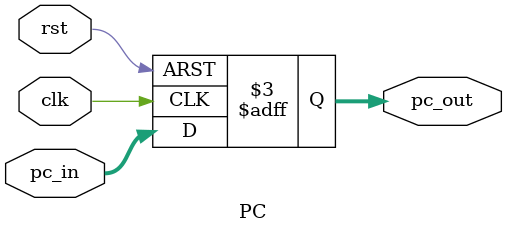
<source format=v>
`timescale 1ns / 1ps
module PC(
    input clk,
    input rst,
    input [63:0] pc_in,
    output reg [63:0] pc_out
    );
    
    initial begin
        pc_out = 64'b0;
    end

    always @(posedge clk or posedge rst) begin
        if (rst) begin
            pc_out <= 64'b0;
        end else begin
            pc_out <= pc_in;
        end
    end
endmodule
</source>
